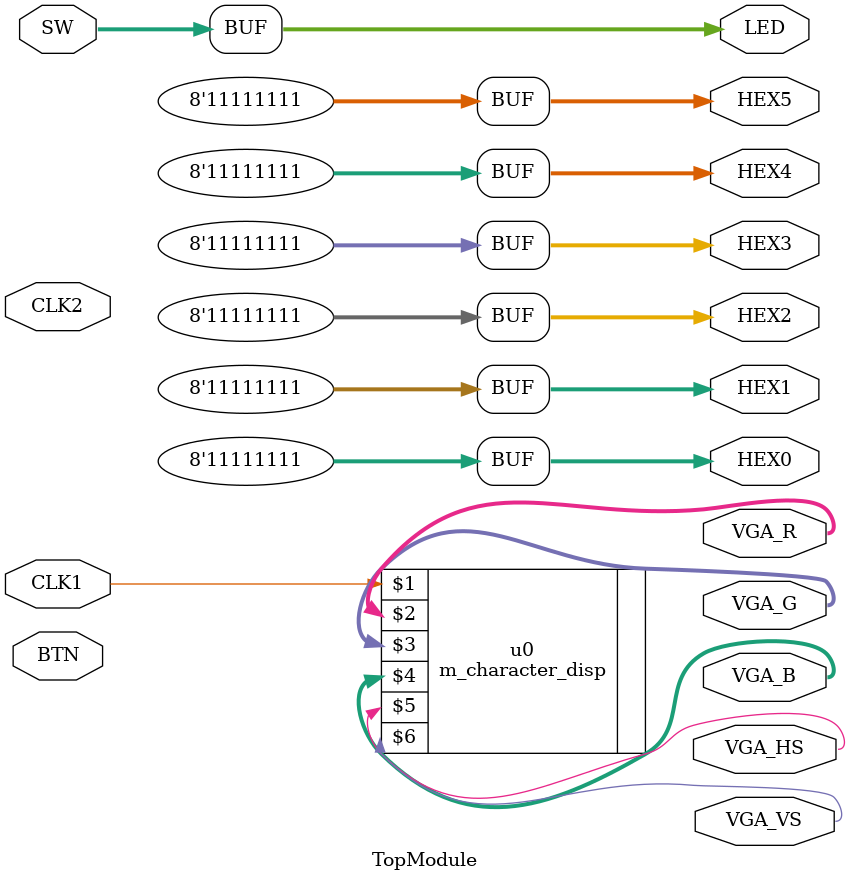
<source format=v>
module TopModule(
	///CLOCK/////
	input              CLK1,
	input              CLK2,
	//// SEG7/////
	output     [7:0]   HEX0,
	output     [7:0]   HEX1,
	output     [7:0]   HEX2,
	output     [7:0]   HEX3,
	output     [7:0]   HEX4,
	output     [7:0]   HEX5,
	//// PUSH BUTTON //////
	input      [1:0]   BTN,
	///// LED////////
	output     [9:0]   LED,
	/////// SW///////////
	input      [9:0]   SW,
	
	
	output [3:0] VGA_R,
	output [3:0] VGA_G,
	output [3:0] VGA_B,
	output VGA_HS,
	output VGA_VS
   
	);
	
	m_character_disp u0(CLK1, VGA_R, VGA_G, VGA_B, VGA_HS, VGA_VS);
	
	assign LED=SW;
	assign HEX0=8'hff;
	assign HEX1=8'hff;
	assign HEX2=8'hff;
	assign HEX3=8'hff;
	assign HEX4=8'hff;
	assign HEX5=8'hff;


endmodule
</source>
